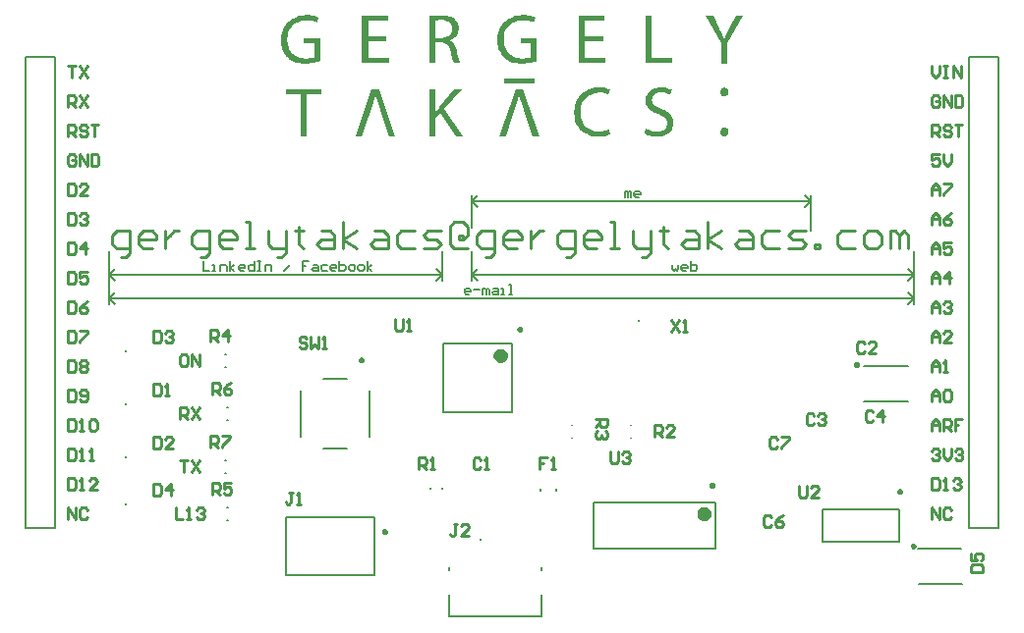
<source format=gto>
%FSTAX23Y23*%
%MOIN*%
%SFA1B1*%

%IPPOS*%
%ADD29C,0.010000*%
%ADD37C,0.009840*%
%ADD38C,0.023620*%
%ADD39C,0.003940*%
%ADD40C,0.007870*%
%ADD41C,0.005910*%
%LNcarduino-1*%
%LPD*%
G36*
X02401Y0178D02*
X02404Y01778D01*
X02407Y01776*
X02408Y01775*
X0241Y01773*
X02411Y01769*
X02411Y01765*
Y01764*
X02411Y01762*
X0241Y01757*
X02407Y01754*
X02407Y01753*
X02405Y01752*
X02401Y0175*
X02397Y0175*
X02396*
X02393Y0175*
X0239Y01751*
X02387Y01754*
X02386Y01754*
X02385Y01757*
X02384Y0176*
X02383Y01765*
Y01766*
X02384Y01769*
X02385Y01772*
X02387Y01775*
X02387Y01776*
X0239Y01778*
X02393Y0178*
X02397Y0178*
X02398*
X02401Y0178*
G37*
G36*
X01447Y01706D02*
X01511Y01613D01*
X01486*
X01432Y01692*
X01417Y01674*
Y01613*
X01396*
Y01774*
X01417*
Y01697*
X01418*
X01419Y01697*
X0142Y01699*
X01422Y01702*
X01424Y01705*
X01425Y01706*
X01426Y01708*
X01428Y01711*
X0143Y01714*
X0148Y01774*
X01506*
X01447Y01706*
G37*
G36*
X0198Y0178D02*
X01988Y01779D01*
X01996Y01777*
X01996*
X01998Y01777*
X02001Y01775*
X02005Y01774*
X02009Y01772*
X02004Y01756*
X02003Y01756*
X02001Y01757*
X01996Y01759*
X0199Y0176*
X0199*
X01989Y01761*
X01987*
X01985Y01762*
X01979Y01762*
X01967*
X01962Y01761*
X01955Y0176*
X01948Y01758*
X0194Y01754*
X01933Y0175*
X01926Y01744*
X01925Y01744*
X01923Y01741*
X0192Y01737*
X01917Y01732*
X01914Y01725*
X01911Y01717*
X01909Y01706*
X01908Y01696*
Y01695*
Y01694*
Y01691*
X01909Y01685*
X0191Y01678*
X01912Y01671*
X01915Y01663*
X01919Y01655*
X01924Y01648*
X01925Y01647*
X01927Y01645*
X01932Y01642*
X01936Y01639*
X01943Y01636*
X01951Y01633*
X0196Y01631*
X01971Y0163*
X01977*
X01983Y01631*
X01989Y01632*
X0199*
X01991Y01633*
X01995Y01634*
X02Y01636*
X02005Y01637*
X02009Y01621*
X02008Y0162*
X02005Y01619*
X01999Y01617*
X01992Y01615*
X01992*
X0199Y01615*
X01988*
X01985Y01614*
X01981Y01613*
X01977*
X01966Y01613*
X01963*
X01961Y01613*
X01954Y01614*
X01947Y01615*
X01938Y01618*
X01928Y01622*
X01918Y01627*
X01909Y01634*
X01908Y01635*
X01906Y01638*
X01902Y01643*
X01898Y01649*
X01894Y01658*
X0189Y01668*
X01888Y01681*
X01887Y01694*
Y01695*
Y01696*
Y01698*
X01887Y01701*
X01888Y01708*
X0189Y01717*
X01893Y01726*
X01896Y01736*
X01902Y01747*
X0191Y01756*
X01911Y01757*
X01914Y0176*
X0192Y01764*
X01926Y01768*
X01935Y01772*
X01946Y01777*
X01958Y01779*
X01971Y0178*
X01977*
X0198Y0178*
G37*
G36*
X02189D02*
X02196Y01779D01*
X02203Y01777*
X02204*
X02205Y01777*
X02209Y01775*
X02213Y01774*
X02218Y01772*
X02212Y01755*
X02212Y01756*
X02209Y01756*
X02205Y01758*
X022Y0176*
X02199*
X02198Y0176*
X02197Y01761*
X02195Y01762*
X02189Y01762*
X02181Y01763*
X02179*
X02176Y01762*
X02172Y01762*
X02164Y01759*
X02161Y01757*
X02158Y01754*
Y01754*
X02156Y01753*
X02154Y0175*
X02152Y01744*
X02151Y01741*
X0215Y01738*
Y01738*
Y01736*
X02151Y01734*
X02152Y01732*
X02154Y01726*
X02156Y01723*
X02158Y0172*
X02159*
X0216Y01719*
X02162Y01718*
X02164Y01716*
X02168Y01714*
X02172Y01712*
X02177Y01709*
X02183Y01707*
X02184Y01706*
X02186Y01706*
X0219Y01704*
X02194Y01702*
X02204Y01696*
X02209Y01692*
X02213Y01688*
X02214Y01687*
X02215Y01686*
X02217Y01684*
X02219Y0168*
X02221Y01676*
X02222Y01672*
X02224Y01666*
X02224Y0166*
Y01659*
Y01657*
X02224Y01653*
X02222Y01649*
X02221Y01643*
X02218Y01638*
X02215Y01632*
X0221Y01627*
X02209Y01626*
X02207Y01624*
X02204Y01622*
X022Y0162*
X02194Y01617*
X02186Y01615*
X02178Y01613*
X02168Y01613*
X02164*
X02161Y01613*
X02153Y01614*
X02144Y01616*
X02143*
X02142Y01616*
X0214Y01617*
X02137Y01618*
X02132Y0162*
X02126Y01623*
X02131Y01641*
X02132*
X02132Y0164*
X02136Y01638*
X02141Y01636*
X02148Y01633*
X02149*
X0215Y01632*
X02152Y01631*
X02155*
X02161Y0163*
X02169Y0163*
X02171*
X02174Y0163*
X02178Y01631*
X02186Y01633*
X0219Y01635*
X02194Y01637*
X02194Y01638*
X02195Y01639*
X02197Y0164*
X02198Y01643*
X02201Y01649*
X02202Y01654*
X02203Y01658*
Y01658*
Y0166*
X02202Y01662*
Y01664*
X022Y0167*
X02198Y01673*
X02195Y01676*
Y01677*
X02194Y01678*
X02192Y01679*
X0219Y01681*
X02187Y01683*
X02183Y01685*
X02178Y01688*
X02173Y0169*
X02172Y01691*
X0217Y01691*
X02166Y01693*
X02161Y01695*
X02151Y017*
X02146Y01704*
X02141Y01708*
X0214Y01708*
X02139Y01709*
X02137Y01712*
X02135Y01715*
X02133Y01719*
X02131Y01724*
X0213Y0173*
X02129Y01736*
Y01736*
Y01739*
X0213Y01742*
X02131Y01747*
X02133Y01752*
X02135Y01757*
X02139Y01763*
X02144Y01768*
X02144Y01768*
X02146Y01769*
X0215Y01772*
X02154Y01774*
X02159Y01776*
X02166Y01778*
X02173Y0178*
X02182Y0178*
X02186*
X02189Y0178*
G37*
G36*
X01281Y01613D02*
X01259D01*
X01237Y01681*
X01222Y01726*
X0122Y01732*
X01219Y01736*
X01218Y0174*
X01217Y01741*
Y01741*
X01216Y01747*
X01215Y01751*
X01214Y01754*
X01213Y01755*
Y01756*
X01213*
X01212Y0175*
X0121Y01746*
X01209Y01742*
X01209Y01742*
Y01741*
X01207Y01736*
X01206Y01731*
X01206Y01727*
X01205Y01727*
Y01726*
X01189Y01679*
X01167Y01613*
X01147*
X01201Y01774*
X01226*
X01281Y01613*
G37*
G36*
X01029Y01756D02*
X00979D01*
Y01612*
X00958*
Y01756*
X00909*
Y01774*
X01029*
Y01756*
G37*
G36*
X02401Y01644D02*
X02404Y01643D01*
X02407Y0164*
X02408Y0164*
X0241Y01637*
X02411Y01634*
X02411Y01629*
Y01628*
X02411Y01625*
X0241Y01622*
X02407Y01618*
X02407Y01618*
X02405Y01616*
X02401Y01615*
X02397Y01614*
X02396*
X02393Y01615*
X0239Y01616*
X02387Y01618*
X02386Y01619*
X02385Y01621*
X02384Y01625*
X02383Y01629*
Y0163*
Y0163*
X02384Y01633*
X02385Y01637*
X02387Y0164*
X02387Y01641*
X0239Y01643*
X02393Y01644*
X02397Y01645*
X02398*
X02401Y01644*
G37*
G36*
X01768Y01613D02*
X01746D01*
X01724Y01681*
X01709Y01726*
X01707Y01732*
X01705Y01736*
X01704Y0174*
X01704Y01741*
Y01741*
X01702Y01747*
X01701Y01751*
X01701Y01754*
X017Y01755*
Y01756*
X01699*
X01698Y0175*
X01697Y01746*
X01696Y01742*
X01696Y01742*
Y01741*
X01695Y01736*
X01693Y01731*
X01692Y01727*
X01692Y01727*
Y01726*
X01676Y01679*
X01655Y01613*
X01633*
X01688Y01774*
X01713*
X01768Y01613*
G37*
G36*
X01753Y01793D02*
X01649D01*
Y01811*
X01753*
Y01793*
G37*
G36*
X02407Y0193D02*
Y01861D01*
X02385*
Y0193*
X02334Y02023*
X02358*
X0238Y01979*
Y01978*
X02381Y01977*
X02382Y01975*
X02383Y01973*
X02386Y01967*
X02389Y01961*
Y01961*
X02389Y0196*
X02391Y01957*
X02393Y01951*
X02396Y01945*
X02397*
Y01946*
X02398Y01946*
X02399Y01951*
X02401Y01955*
X02404Y01961*
Y01962*
X02405Y01963*
X02407Y01967*
X0241Y01972*
X02413Y01979*
X02437Y02023*
X02461*
X02407Y0193*
G37*
G36*
X00996Y02024D02*
X01004Y02023D01*
X01005*
X01006Y02023*
X01008*
X0101Y02021*
X01015Y0202*
X0102Y02018*
X01015Y02001*
X01014Y02002*
X01011Y02003*
X01006Y02005*
X01Y02006*
X00999*
X00999Y02006*
X00997*
X00994Y02007*
X00988Y02008*
X00979Y02008*
X00975*
X00969Y02008*
X00962Y02006*
X00955Y02004*
X00946Y02001*
X00939Y01997*
X00931Y01991*
X00931Y0199*
X00929Y01988*
X00926Y01984*
X00923Y01979*
X0092Y01972*
X00917Y01963*
X00915Y01954*
X00914Y01943*
Y01942*
Y01942*
Y01938*
X00915Y01932*
X00917Y01925*
X00918Y01918*
X00921Y0191*
X00925Y01902*
X00931Y01895*
X00931Y01894*
X00934Y01892*
X00938Y01889*
X00943Y01886*
X0095Y01883*
X00958Y0188*
X00967Y01879*
X00977Y01878*
X00983*
X00988Y01879*
X00994Y01879*
X00995*
X00998Y0188*
X01002Y01881*
X01005Y01882*
Y0193*
X00971*
Y01948*
X01025*
Y01869*
X01024*
X01024Y01868*
X01022*
X0102Y01867*
X01017Y01867*
X01014Y01866*
X01005Y01864*
X01004*
X01002Y01863*
X01Y01862*
X00996*
X00991Y01862*
X00987Y01861*
X00975Y01861*
X00968*
X00964Y01861*
X00959Y01862*
X00954Y01862*
X00942Y01865*
X00941*
X00939Y01867*
X00936Y01868*
X00933Y01869*
X00924Y01874*
X00919Y01877*
X00915Y01882*
X00914Y01882*
X00913Y01883*
X00911Y01886*
X00909Y01889*
X00906Y01892*
X00903Y01897*
X009Y01902*
X00898Y01907*
Y01908*
X00897Y0191*
X00896Y01913*
X00895Y01918*
X00894Y01923*
X00893Y01928*
X00892Y01942*
Y01942*
Y01943*
Y01945*
X00893Y01948*
X00893Y01954*
X00895Y01963*
X00898Y01972*
X00902Y01982*
X00908Y01993*
X00916Y02002*
X00917Y02003*
X0092Y02005*
X00925Y02009*
X00933Y02014*
X00942Y02018*
X00953Y02022*
X00966Y02024*
X0098Y02026*
X00988*
X00996Y02024*
G37*
G36*
X01731D02*
X01739Y02023D01*
X0174*
X01741Y02023*
X01743*
X01745Y02021*
X0175Y0202*
X01755Y02018*
X01749Y02001*
X01748Y02002*
X01745Y02003*
X0174Y02005*
X01734Y02006*
X01734*
X01733Y02006*
X01731*
X01729Y02007*
X01722Y02008*
X01714Y02008*
X01709*
X01704Y02008*
X01697Y02006*
X01689Y02004*
X01681Y02001*
X01674Y01997*
X01666Y01991*
X01666Y0199*
X01663Y01988*
X01661Y01984*
X01657Y01979*
X01654Y01972*
X01651Y01963*
X01649Y01954*
X01648Y01943*
Y01942*
Y01942*
Y01938*
X0165Y01932*
X01651Y01925*
X01653Y01918*
X01656Y0191*
X0166Y01902*
X01666Y01895*
X01666Y01894*
X01669Y01892*
X01673Y01889*
X01678Y01886*
X01684Y01883*
X01692Y0188*
X01701Y01879*
X01711Y01878*
X01717*
X01723Y01879*
X01728Y01879*
X01729*
X01732Y0188*
X01736Y01881*
X01739Y01882*
Y0193*
X01706*
Y01948*
X01759*
Y01869*
X01758Y01868*
X01756*
X01755Y01867*
X01752Y01867*
X01748Y01866*
X01744Y01865*
X01739Y01864*
X01738*
X01737Y01863*
X01734Y01862*
X01731*
X01726Y01862*
X01721Y01861*
X0171Y01861*
X01703*
X01699Y01861*
X01693Y01862*
X01688Y01862*
X01676Y01865*
X01675*
X01674Y01867*
X01671Y01868*
X01667Y01869*
X01659Y01874*
X01654Y01877*
X01649Y01882*
X01648Y01882*
X01647Y01883*
X01645Y01886*
X01643Y01889*
X01641Y01892*
X01638Y01897*
X01635Y01902*
X01632Y01907*
Y01908*
X01631Y0191*
X0163Y01913*
X01629Y01918*
X01628Y01923*
X01627Y01928*
X01626Y01942*
Y01942*
Y01943*
Y01945*
X01627Y01948*
X01627Y01954*
X01629Y01963*
X01632Y01972*
X01636Y01982*
X01642Y01993*
X0165Y02002*
X01651Y02003*
X01654Y02005*
X0166Y02009*
X01667Y02014*
X01676Y02018*
X01687Y02022*
X017Y02024*
X01714Y02026*
X01723*
X01731Y02024*
G37*
G36*
X02151Y0188D02*
X0222D01*
Y01862*
X0213*
Y02024*
X02151*
Y0188*
G37*
G36*
X01446Y02024D02*
X01455Y02024D01*
X01459Y02023*
X01464Y02021*
X01464*
X01465Y02021*
X01468Y0202*
X0147Y02019*
X01476Y02016*
X01482Y02012*
X01483*
X01483Y02011*
X01486Y02008*
X01489Y02004*
X01492Y01998*
Y01997*
X01492Y01997*
X01494Y01993*
X01495Y01988*
X01495Y01981*
Y01981*
Y01979*
X01495Y01976*
X01494Y01972*
X01493Y01967*
X01492Y01963*
X01489Y01958*
X01486Y01954*
X01486Y01954*
X01485Y01952*
X01483Y01951*
X0148Y01949*
X01474Y01943*
X01465Y01939*
Y01939*
X01466*
X01467Y01938*
X01471Y01936*
X01475Y01933*
X0148Y01927*
Y01927*
X01481Y01926*
X01482Y01924*
X01483Y01921*
X01486Y01915*
X01489Y01906*
Y01906*
X01489Y01903*
X0149Y019*
X01491Y01897*
X01494Y01887*
X01495Y01878*
Y01877*
X01496Y01876*
X01497Y01874*
X01497Y01872*
X01499Y01867*
X015Y01864*
X01501Y01862*
X01479*
X01479Y01862*
X01478Y01865*
X01476Y01869*
X01476Y01872*
X01474Y01876*
Y01876*
X01474Y01877*
Y0188*
X01473Y01883*
X01472Y01886*
X01471Y01891*
X01469Y01901*
Y01901*
X01468Y01904*
X01467Y01907*
X01466Y0191*
X01462Y01918*
X01461Y01922*
X01458Y01925*
X01457Y01925*
X01456Y01926*
X01455Y01927*
X01452Y01928*
X01449Y0193*
X01446Y01931*
X01441Y01932*
X01417*
Y01862*
X01396*
Y02022*
X01397*
X01399Y02023*
X01401*
X01407Y02023*
X01414Y02024*
X01416*
X01419Y02024*
X01421*
X01428Y02025*
X01441*
X01446Y02024*
G37*
G36*
X01255Y02006D02*
X01188D01*
Y01955*
X01251*
Y01938*
X01188*
Y0188*
X01258*
Y01862*
X01167*
Y02024*
X01255*
Y02006*
G37*
G36*
X01989D02*
X01923D01*
Y01955*
X01985*
Y01938*
X01923*
Y0188*
X01992*
Y01862*
X01902*
Y02024*
X01989*
Y02006*
G37*
%LNcarduino-2*%
%LPC*%
G36*
X01443Y02009D02*
X01428D01*
X01424Y02008*
X01423*
X01422Y02008*
X01419*
X01417Y02007*
Y01948*
X01441*
X01444Y01949*
X01448Y01949*
X01456Y01952*
X01461Y01954*
X01464Y01956*
X01465Y01957*
X01466Y01958*
X01467Y0196*
X0147Y01962*
X01471Y01965*
X01473Y01969*
X01474Y01974*
X01474Y01979*
Y01979*
Y01981*
X01474Y01984*
X01473Y01988*
X01472Y01991*
X0147Y01995*
X01467Y01999*
X01464Y02002*
X01463Y02002*
X01462Y02003*
X01459Y02004*
X01456Y02005*
X01453Y02006*
X01449Y02008*
X01443Y02009*
G37*
%LNcarduino-3*%
%LPD*%
G54D29*
X01571Y00515D02*
X01564Y00522D01*
X01551*
X01545Y00515*
Y00489*
X01551Y00483*
X01564*
X01571Y00489*
X01584Y00483D02*
X01597D01*
X0159*
Y00522*
X01584Y00515*
X02872Y00911D02*
X02865Y00917D01*
X02852*
X02846Y00911*
Y00885*
X02852Y00878*
X02865*
X02872Y00885*
X02911Y00878D02*
X02885D01*
X02911Y00904*
Y00911*
X02905Y00917*
X02891*
X02885Y00911*
X02701Y00665D02*
X02695Y00672D01*
X02681*
X02675Y00665*
Y00639*
X02681Y00633*
X02695*
X02701Y00639*
X02714Y00665D02*
X02721Y00672D01*
X02734*
X02741Y00665*
Y00659*
X02734Y00652*
X02727*
X02734*
X02741Y00646*
Y00639*
X02734Y00633*
X02721*
X02714Y00639*
X02901Y00676D02*
X02895Y00682D01*
X02882*
X02875Y00676*
Y00649*
X02882Y00643*
X02895*
X02901Y00649*
X02934Y00643D02*
Y00682D01*
X02914Y00662*
X02941*
X02556Y0032D02*
X02549Y00327D01*
X02536*
X0253Y0032*
Y00294*
X02536Y00287*
X02549*
X02556Y00294*
X02595Y00327D02*
X02582Y0032D01*
X02569Y00307*
Y00294*
X02575Y00287*
X02589*
X02595Y00294*
Y00301*
X02589Y00307*
X02569*
X02576Y00585D02*
X02569Y00592D01*
X02556*
X0255Y00585*
Y00559*
X02556Y00553*
X02569*
X02576Y00559*
X02589Y00592D02*
X02615D01*
Y00585*
X02589Y00559*
Y00553*
X0046Y00772D02*
Y00733D01*
X00479*
X00486Y00739*
Y00765*
X00479Y00772*
X0046*
X00499Y00733D02*
X00512D01*
X00505*
Y00772*
X00499Y00765*
X0046Y00592D02*
Y00553D01*
X00479*
X00486Y00559*
Y00585*
X00479Y00592*
X0046*
X00525Y00553D02*
X00499D01*
X00525Y00579*
Y00585*
X00519Y00592*
X00505*
X00499Y00585*
X0046Y00952D02*
Y00913D01*
X00479*
X00486Y00919*
Y00945*
X00479Y00952*
X0046*
X00499Y00945D02*
X00505Y00952D01*
X00519*
X00525Y00945*
Y00939*
X00519Y00932*
X00512*
X00519*
X00525Y00926*
Y00919*
X00519Y00913*
X00505*
X00499Y00919*
X0046Y00432D02*
Y00393D01*
X00479*
X00486Y00399*
Y00425*
X00479Y00432*
X0046*
X00519Y00393D02*
Y00432D01*
X00499Y00412*
X00525*
X03233Y00133D02*
X03272D01*
Y00152*
X03266Y00159*
X0324*
X03233Y00152*
Y00133*
Y00198D02*
Y00172D01*
X03253*
X03246Y00185*
Y00192*
X03253Y00198*
X03266*
X03272Y00192*
Y00178*
X03266Y00172*
X01796Y00522D02*
X0177D01*
Y00502*
X01783*
X0177*
Y00483*
X01809D02*
X01822D01*
X01815*
Y00522*
X01809Y00515*
X00934Y00404D02*
X00921D01*
X00927*
Y00372*
X00921Y00365*
X00914*
X00908Y00372*
X00947Y00365D02*
X0096D01*
X00953*
Y00404*
X00947Y00398*
X01491Y00297D02*
X01478D01*
X01484*
Y00264*
X01478Y00258*
X01471*
X01465Y00264*
X0153Y00258D02*
X01504D01*
X0153Y00284*
Y0029*
X01524Y00297*
X0151*
X01504Y0029*
X0136Y00483D02*
Y00522D01*
X01379*
X01386Y00515*
Y00502*
X01379Y00496*
X0136*
X01373D02*
X01386Y00483D01*
X01399D02*
X01412D01*
X01405*
Y00522*
X01399Y00515*
X0216Y00593D02*
Y00632D01*
X02179*
X02186Y00625*
Y00612*
X02179Y00606*
X0216*
X02173D02*
X02186Y00593D01*
X02225D02*
X02199D01*
X02225Y00619*
Y00625*
X02219Y00632*
X02205*
X02199Y00625*
X0196Y00653D02*
X01999D01*
Y00633*
X01992Y00626*
X01979*
X01973Y00633*
Y00653*
Y00639D02*
X0196Y00626D01*
X01992Y00613D02*
X01999Y00607D01*
Y00593*
X01992Y00587*
X01986*
X01979Y00593*
Y006*
Y00593*
X01973Y00587*
X01966*
X0196Y00593*
Y00607*
X01966Y00613*
X00653Y00917D02*
Y00956D01*
X00673*
X00679Y0095*
Y00936*
X00673Y0093*
X00653*
X00666D02*
X00679Y00917D01*
X00712D02*
Y00956D01*
X00692Y00936*
X00719*
X00658Y00397D02*
Y00436D01*
X00678*
X00685Y0043*
Y00416*
X00678Y0041*
X00658*
X00671D02*
X00685Y00397D01*
X00724Y00436D02*
X00698D01*
Y00416*
X00711Y00423*
X00717*
X00724Y00416*
Y00403*
X00717Y00397*
X00704*
X00698Y00403*
X00659Y00737D02*
Y00776D01*
X00678*
X00685Y0077*
Y00757*
X00678Y0075*
X00659*
X00672D02*
X00685Y00737D01*
X00724Y00776D02*
X00711Y0077D01*
X00698Y00757*
Y00744*
X00705Y00737*
X00718*
X00724Y00744*
Y0075*
X00718Y00757*
X00698*
X00653Y00557D02*
Y00596D01*
X00673*
X00679Y0059*
Y00576*
X00673Y0057*
X00653*
X00666D02*
X00679Y00557D01*
X00692Y00596D02*
X00719D01*
Y0059*
X00692Y00563*
Y00557*
X00981Y00926D02*
X00974Y00932D01*
X00961*
X00955Y00926*
Y00919*
X00961Y00913*
X00974*
X00981Y00906*
Y009*
X00974Y00893*
X00961*
X00955Y009*
X00994Y00932D02*
Y00893D01*
X01007Y00906*
X0102Y00893*
Y00932*
X01033Y00893D02*
X01046D01*
X0104*
Y00932*
X01033Y00926*
X0128Y00992D02*
Y00959D01*
X01286Y00953*
X01299*
X01306Y00959*
Y00992*
X01319Y00953D02*
X01332D01*
X01325*
Y00992*
X01319Y00985*
X0265Y00427D02*
Y00394D01*
X02656Y00388*
X02669*
X02676Y00394*
Y00427*
X02715Y00388D02*
X02689D01*
X02715Y00414*
Y0042*
X02709Y00427*
X02695*
X02689Y0042*
X0201Y00542D02*
Y00509D01*
X02016Y00503*
X02029*
X02036Y00509*
Y00542*
X02049Y00535D02*
X02055Y00542D01*
X02069*
X02075Y00535*
Y00529*
X02069Y00522*
X02062*
X02069*
X02075Y00516*
Y00509*
X02069Y00503*
X02055*
X02049Y00509*
X02217Y0099D02*
X02243Y00951D01*
Y0099D02*
X02217Y00951D01*
X02257D02*
X0227D01*
X02263*
Y0099*
X02257Y00984*
X00535Y00352D02*
Y00313D01*
X00561*
X00574D02*
X00587D01*
X0058*
Y00352*
X00574Y00345*
X00607D02*
X00613Y00352D01*
X00626*
X00633Y00345*
Y00339*
X00626Y00332*
X0062*
X00626*
X00633Y00326*
Y00319*
X00626Y00313*
X00613*
X00607Y00319*
X00551Y00512D02*
X00577D01*
X00564*
Y00473*
X0059Y00512D02*
X00616Y00473D01*
Y00512D02*
X0059Y00473D01*
X00551Y00653D02*
Y00692D01*
X00571*
X00577Y00685*
Y00672*
X00571Y00666*
X00551*
X00564D02*
X00577Y00653D01*
X0059Y00692D02*
X00616Y00653D01*
Y00692D02*
X0059Y00653D01*
X00571Y00872D02*
X00557D01*
X00551Y00865*
Y00839*
X00557Y00833*
X00571*
X00577Y00839*
Y00865*
X00571Y00872*
X0059Y00833D02*
Y00872D01*
X00616Y00833*
Y00872*
X0017Y01852D02*
X00196D01*
X00183*
Y01813*
X00209Y01852D02*
X00235Y01813D01*
Y01852D02*
X00209Y01813D01*
X0017Y01713D02*
Y01752D01*
X00189*
X00196Y01745*
Y01732*
X00189Y01726*
X0017*
X00183D02*
X00196Y01713D01*
X00209Y01752D02*
X00235Y01713D01*
Y01752D02*
X00209Y01713D01*
X0017Y01613D02*
Y01652D01*
X00189*
X00196Y01645*
Y01632*
X00189Y01626*
X0017*
X00183D02*
X00196Y01613D01*
X00235Y01645D02*
X00229Y01652D01*
X00215*
X00209Y01645*
Y01639*
X00215Y01632*
X00229*
X00235Y01626*
Y01619*
X00229Y01613*
X00215*
X00209Y01619*
X00248Y01652D02*
X00274D01*
X00261*
Y01613*
X00196Y01545D02*
X00189Y01552D01*
X00176*
X0017Y01545*
Y01519*
X00176Y01513*
X00189*
X00196Y01519*
Y01532*
X00183*
X00209Y01513D02*
Y01552D01*
X00235Y01513*
Y01552*
X00248D02*
Y01513D01*
X00268*
X00274Y01519*
Y01545*
X00268Y01552*
X00248*
X0017Y01452D02*
Y01413D01*
X00189*
X00196Y01419*
Y01445*
X00189Y01452*
X0017*
X00235Y01413D02*
X00209D01*
X00235Y01439*
Y01445*
X00229Y01452*
X00215*
X00209Y01445*
X0017Y01352D02*
Y01313D01*
X00189*
X00196Y01319*
Y01345*
X00189Y01352*
X0017*
X00209Y01345D02*
X00215Y01352D01*
X00229*
X00235Y01345*
Y01339*
X00229Y01332*
X00222*
X00229*
X00235Y01326*
Y01319*
X00229Y01313*
X00215*
X00209Y01319*
X0017Y01252D02*
Y01213D01*
X00189*
X00196Y01219*
Y01245*
X00189Y01252*
X0017*
X00229Y01213D02*
Y01252D01*
X00209Y01232*
X00235*
X0017Y01152D02*
Y01113D01*
X00189*
X00196Y01119*
Y01145*
X00189Y01152*
X0017*
X00235D02*
X00209D01*
Y01132*
X00222Y01139*
X00229*
X00235Y01132*
Y01119*
X00229Y01113*
X00215*
X00209Y01119*
X0017Y01052D02*
Y01013D01*
X00189*
X00196Y01019*
Y01045*
X00189Y01052*
X0017*
X00235D02*
X00222Y01045D01*
X00209Y01032*
Y01019*
X00215Y01013*
X00229*
X00235Y01019*
Y01026*
X00229Y01032*
X00209*
X0017Y00952D02*
Y00913D01*
X00189*
X00196Y00919*
Y00945*
X00189Y00952*
X0017*
X00209D02*
X00235D01*
Y00945*
X00209Y00919*
Y00913*
X0017Y00852D02*
Y00813D01*
X00189*
X00196Y00819*
Y00845*
X00189Y00852*
X0017*
X00209Y00845D02*
X00215Y00852D01*
X00229*
X00235Y00845*
Y00839*
X00229Y00832*
X00235Y00826*
Y00819*
X00229Y00813*
X00215*
X00209Y00819*
Y00826*
X00215Y00832*
X00209Y00839*
Y00845*
X00215Y00832D02*
X00229D01*
X0017Y00752D02*
Y00713D01*
X00189*
X00196Y00719*
Y00745*
X00189Y00752*
X0017*
X00209Y00719D02*
X00215Y00713D01*
X00229*
X00235Y00719*
Y00745*
X00229Y00752*
X00215*
X00209Y00745*
Y00739*
X00215Y00732*
X00235*
X0017Y00652D02*
Y00613D01*
X00189*
X00196Y00619*
Y00645*
X00189Y00652*
X0017*
X00209Y00613D02*
X00222D01*
X00215*
Y00652*
X00209Y00645*
X00242D02*
X00248Y00652D01*
X00261*
X00268Y00645*
Y00619*
X00261Y00613*
X00248*
X00242Y00619*
Y00645*
X0017Y00552D02*
Y00513D01*
X00189*
X00196Y00519*
Y00545*
X00189Y00552*
X0017*
X00209Y00513D02*
X00222D01*
X00215*
Y00552*
X00209Y00545*
X00242Y00513D02*
X00255D01*
X00248*
Y00552*
X00242Y00545*
X0017Y00452D02*
Y00413D01*
X00189*
X00196Y00419*
Y00445*
X00189Y00452*
X0017*
X00209Y00413D02*
X00222D01*
X00215*
Y00452*
X00209Y00445*
X00268Y00413D02*
X00242D01*
X00268Y00439*
Y00445*
X00261Y00452*
X00248*
X00242Y00445*
X0017Y00313D02*
Y00352D01*
X00196Y00313*
Y00352*
X00235Y00345D02*
X00229Y00352D01*
X00215*
X00209Y00345*
Y00319*
X00215Y00313*
X00229*
X00235Y00319*
X031Y01852D02*
Y01826D01*
X03113Y01813*
X03126Y01826*
Y01852*
X03139D02*
X03152D01*
X03145*
Y01813*
X03139*
X03152*
X03172D02*
Y01852D01*
X03198Y01813*
Y01852*
X03126Y01745D02*
X03119Y01752D01*
X03106*
X031Y01745*
Y01719*
X03106Y01713*
X03119*
X03126Y01719*
Y01732*
X03113*
X03139Y01713D02*
Y01752D01*
X03165Y01713*
Y01752*
X03178D02*
Y01713D01*
X03198*
X03204Y01719*
Y01745*
X03198Y01752*
X03178*
X031Y01613D02*
Y01652D01*
X03119*
X03126Y01645*
Y01632*
X03119Y01626*
X031*
X03113D02*
X03126Y01613D01*
X03165Y01645D02*
X03159Y01652D01*
X03145*
X03139Y01645*
Y01639*
X03145Y01632*
X03159*
X03165Y01626*
Y01619*
X03159Y01613*
X03145*
X03139Y01619*
X03178Y01652D02*
X03204D01*
X03191*
Y01613*
X03126Y01552D02*
X031D01*
Y01532*
X03113Y01539*
X03119*
X03126Y01532*
Y01519*
X03119Y01513*
X03106*
X031Y01519*
X03139Y01552D02*
Y01526D01*
X03152Y01513*
X03165Y01526*
Y01552*
X031Y01413D02*
Y01439D01*
X03113Y01452*
X03126Y01439*
Y01413*
Y01432*
X031*
X03139Y01452D02*
X03165D01*
Y01445*
X03139Y01419*
Y01413*
X031Y01313D02*
Y01339D01*
X03113Y01352*
X03126Y01339*
Y01313*
Y01332*
X031*
X03165Y01352D02*
X03152Y01345D01*
X03139Y01332*
Y01319*
X03145Y01313*
X03159*
X03165Y01319*
Y01326*
X03159Y01332*
X03139*
X031Y01213D02*
Y01239D01*
X03113Y01252*
X03126Y01239*
Y01213*
Y01232*
X031*
X03165Y01252D02*
X03139D01*
Y01232*
X03152Y01239*
X03159*
X03165Y01232*
Y01219*
X03159Y01213*
X03145*
X03139Y01219*
X031Y01113D02*
Y01139D01*
X03113Y01152*
X03126Y01139*
Y01113*
Y01132*
X031*
X03159Y01113D02*
Y01152D01*
X03139Y01132*
X03165*
X031Y01013D02*
Y01039D01*
X03113Y01052*
X03126Y01039*
Y01013*
Y01032*
X031*
X03139Y01045D02*
X03145Y01052D01*
X03159*
X03165Y01045*
Y01039*
X03159Y01032*
X03152*
X03159*
X03165Y01026*
Y01019*
X03159Y01013*
X03145*
X03139Y01019*
X031Y00913D02*
Y00939D01*
X03113Y00952*
X03126Y00939*
Y00913*
Y00932*
X031*
X03165Y00913D02*
X03139D01*
X03165Y00939*
Y00945*
X03159Y00952*
X03145*
X03139Y00945*
X031Y00813D02*
Y00839D01*
X03113Y00852*
X03126Y00839*
Y00813*
Y00832*
X031*
X03139Y00813D02*
X03152D01*
X03145*
Y00852*
X03139Y00845*
X031Y00713D02*
Y00739D01*
X03113Y00752*
X03126Y00739*
Y00713*
Y00732*
X031*
X03139Y00745D02*
X03145Y00752D01*
X03159*
X03165Y00745*
Y00719*
X03159Y00713*
X03145*
X03139Y00719*
Y00745*
X031Y00613D02*
Y00639D01*
X03113Y00652*
X03126Y00639*
Y00613*
Y00632*
X031*
X03139Y00613D02*
Y00652D01*
X03159*
X03165Y00645*
Y00632*
X03159Y00626*
X03139*
X03152D02*
X03165Y00613D01*
X03204Y00652D02*
X03178D01*
Y00632*
X03191*
X03178*
Y00613*
X031Y00545D02*
X03106Y00552D01*
X03119*
X03126Y00545*
Y00539*
X03119Y00532*
X03113*
X03119*
X03126Y00526*
Y00519*
X03119Y00513*
X03106*
X031Y00519*
X03139Y00552D02*
Y00526D01*
X03152Y00513*
X03165Y00526*
Y00552*
X03178Y00545D02*
X03185Y00552D01*
X03198*
X03204Y00545*
Y00539*
X03198Y00532*
X03191*
X03198*
X03204Y00526*
Y00519*
X03198Y00513*
X03185*
X03178Y00519*
X031Y00452D02*
Y00413D01*
X03119*
X03126Y00419*
Y00445*
X03119Y00452*
X031*
X03139Y00413D02*
X03152D01*
X03145*
Y00452*
X03139Y00445*
X03172D02*
X03178Y00452D01*
X03191*
X03198Y00445*
Y00439*
X03191Y00432*
X03185*
X03191*
X03198Y00426*
Y00419*
X03191Y00413*
X03178*
X03172Y00419*
X031Y00313D02*
Y00352D01*
X03126Y00313*
Y00352*
X03165Y00345D02*
X03159Y00352D01*
X03145*
X03139Y00345*
Y00319*
X03145Y00313*
X03159*
X03165Y00319*
X0035Y01202D02*
X00365D01*
X0038Y01217*
Y01293*
X00335*
X0032Y01278*
Y01248*
X00335Y01233*
X0038*
X00455D02*
X00425D01*
X0041Y01248*
Y01278*
X00425Y01293*
X00455*
X0047Y01278*
Y01263*
X0041*
X00501Y01293D02*
Y01233D01*
Y01263*
X00516Y01278*
X00531Y01293*
X00546*
X00621Y01202D02*
X00636D01*
X00651Y01217*
Y01293*
X00606*
X00591Y01278*
Y01248*
X00606Y01233*
X00651*
X00727D02*
X00697D01*
X00682Y01248*
Y01278*
X00697Y01293*
X00727*
X00742Y01278*
Y01263*
X00682*
X00772Y01233D02*
X00802D01*
X00787*
Y01323*
X00772*
X00848Y01293D02*
Y01248D01*
X00863Y01233*
X00908*
Y01217*
X00893Y01202*
X00878*
X00908Y01233D02*
Y01293D01*
X00953Y01308D02*
Y01293D01*
X00938*
X00968*
X00953*
Y01248*
X00968Y01233*
X01029Y01293D02*
X01059D01*
X01074Y01278*
Y01233*
X01029*
X01014Y01248*
X01029Y01263*
X01074*
X01104Y01233D02*
Y01323D01*
Y01263D02*
X01149Y01293D01*
X01104Y01263D02*
X01149Y01233D01*
X0121Y01293D02*
X0124D01*
X01255Y01278*
Y01233*
X0121*
X01195Y01248*
X0121Y01263*
X01255*
X01345Y01293D02*
X013D01*
X01285Y01278*
Y01248*
X013Y01233*
X01345*
X01376D02*
X01421D01*
X01436Y01248*
X01421Y01263*
X01391*
X01376Y01278*
X01391Y01293*
X01436*
X01511Y01263D02*
Y01278D01*
X01496*
Y01263*
X01511*
X01526Y01278*
Y01308*
X01511Y01323*
X01481*
X01466Y01308*
Y01248*
X01481Y01233*
X01526*
X01587Y01202D02*
X01602D01*
X01617Y01217*
Y01293*
X01572*
X01557Y01278*
Y01248*
X01572Y01233*
X01617*
X01692D02*
X01662D01*
X01647Y01248*
Y01278*
X01662Y01293*
X01692*
X01708Y01278*
Y01263*
X01647*
X01738Y01293D02*
Y01233D01*
Y01263*
X01753Y01278*
X01768Y01293*
X01783*
X01858Y01202D02*
X01873D01*
X01889Y01217*
Y01293*
X01843*
X01828Y01278*
Y01248*
X01843Y01233*
X01889*
X01964D02*
X01934D01*
X01919Y01248*
Y01278*
X01934Y01293*
X01964*
X01979Y01278*
Y01263*
X01919*
X02009Y01233D02*
X02039D01*
X02024*
Y01323*
X02009*
X02085Y01293D02*
Y01248D01*
X021Y01233*
X02145*
Y01217*
X0213Y01202*
X02115*
X02145Y01233D02*
Y01293D01*
X0219Y01308D02*
Y01293D01*
X02175*
X02205*
X0219*
Y01248*
X02205Y01233*
X02266Y01293D02*
X02296D01*
X02311Y01278*
Y01233*
X02266*
X02251Y01248*
X02266Y01263*
X02311*
X02341Y01233D02*
Y01323D01*
Y01263D02*
X02386Y01293D01*
X02341Y01263D02*
X02386Y01233D01*
X02447Y01293D02*
X02477D01*
X02492Y01278*
Y01233*
X02447*
X02432Y01248*
X02447Y01263*
X02492*
X02583Y01293D02*
X02537D01*
X02522Y01278*
Y01248*
X02537Y01233*
X02583*
X02613D02*
X02658D01*
X02673Y01248*
X02658Y01263*
X02628*
X02613Y01278*
X02628Y01293*
X02673*
X02703Y01233D02*
Y01248D01*
X02718*
Y01233*
X02703*
X02839Y01293D02*
X02794D01*
X02779Y01278*
Y01248*
X02794Y01233*
X02839*
X02884D02*
X02914D01*
X0293Y01248*
Y01278*
X02914Y01293*
X02884*
X02869Y01278*
Y01248*
X02884Y01233*
X0296D02*
Y01293D01*
X02975*
X0299Y01278*
Y01233*
Y01278*
X03005Y01293*
X0302Y01278*
Y01233*
G54D37*
X01249Y00272D02*
D01*
X01249Y00272*
X01249Y00272*
X01249Y00273*
X01249Y00273*
X01249Y00273*
X01248Y00274*
X01248Y00274*
X01248Y00274*
X01248Y00274*
X01248Y00275*
X01247Y00275*
X01247Y00275*
X01247Y00275*
X01247Y00276*
X01246Y00276*
X01246Y00276*
X01246Y00276*
X01245Y00276*
X01245Y00276*
X01245Y00276*
X01244Y00276*
X01244Y00276*
X01244*
X01243Y00276*
X01243Y00276*
X01243Y00276*
X01242Y00276*
X01242Y00276*
X01242Y00276*
X01241Y00276*
X01241Y00276*
X01241Y00275*
X01241Y00275*
X0124Y00275*
X0124Y00275*
X0124Y00274*
X0124Y00274*
X0124Y00274*
X01239Y00274*
X01239Y00273*
X01239Y00273*
X01239Y00273*
X01239Y00272*
X01239Y00272*
X01239Y00272*
X01239Y00271*
X01239Y00271*
X01239Y0027*
X01239Y0027*
X01239Y0027*
X01239Y0027*
X0124Y00269*
X0124Y00269*
X0124Y00269*
X0124Y00268*
X0124Y00268*
X01241Y00268*
X01241Y00268*
X01241Y00267*
X01241Y00267*
X01242Y00267*
X01242Y00267*
X01242Y00267*
X01243Y00267*
X01243Y00267*
X01243Y00267*
X01244Y00267*
X01244*
X01244Y00267*
X01245Y00267*
X01245Y00267*
X01245Y00267*
X01246Y00267*
X01246Y00267*
X01246Y00267*
X01247Y00267*
X01247Y00268*
X01247Y00268*
X01247Y00268*
X01248Y00268*
X01248Y00269*
X01248Y00269*
X01248Y00269*
X01248Y0027*
X01249Y0027*
X01249Y0027*
X01249Y0027*
X01249Y00271*
X01249Y00271*
X01249Y00272*
X0285Y00838D02*
D01*
X0285Y00839*
X0285Y00839*
X0285Y00839*
X0285Y0084*
X0285Y0084*
X02849Y0084*
X02849Y00841*
X02849Y00841*
X02849Y00841*
X02849Y00842*
X02849Y00842*
X02848Y00842*
X02848Y00842*
X02848Y00843*
X02847Y00843*
X02847Y00843*
X02847Y00843*
X02846Y00843*
X02846Y00843*
X02846Y00843*
X02845Y00843*
X02845Y00843*
X02845*
X02844Y00843*
X02844Y00843*
X02844Y00843*
X02843Y00843*
X02843Y00843*
X02843Y00843*
X02843Y00843*
X02842Y00843*
X02842Y00842*
X02842Y00842*
X02841Y00842*
X02841Y00842*
X02841Y00841*
X02841Y00841*
X02841Y00841*
X0284Y0084*
X0284Y0084*
X0284Y0084*
X0284Y00839*
X0284Y00839*
X0284Y00839*
X0284Y00838*
X0284Y00838*
X0284Y00838*
X0284Y00837*
X0284Y00837*
X0284Y00837*
X0284Y00836*
X02841Y00836*
X02841Y00836*
X02841Y00836*
X02841Y00835*
X02841Y00835*
X02842Y00835*
X02842Y00835*
X02842Y00834*
X02843Y00834*
X02843Y00834*
X02843Y00834*
X02843Y00834*
X02844Y00834*
X02844Y00834*
X02844Y00834*
X02845Y00834*
X02845*
X02845Y00834*
X02846Y00834*
X02846Y00834*
X02846Y00834*
X02847Y00834*
X02847Y00834*
X02847Y00834*
X02848Y00834*
X02848Y00835*
X02848Y00835*
X02849Y00835*
X02849Y00835*
X02849Y00836*
X02849Y00836*
X02849Y00836*
X02849Y00836*
X0285Y00837*
X0285Y00837*
X0285Y00837*
X0285Y00838*
X0285Y00838*
X0285Y00838*
X01169Y00854D02*
D01*
X01169Y00854*
X01169Y00854*
X01169Y00855*
X01169Y00855*
X01169Y00855*
X01169Y00856*
X01169Y00856*
X01168Y00856*
X01168Y00856*
X01168Y00857*
X01168Y00857*
X01168Y00857*
X01167Y00857*
X01167Y00858*
X01167Y00858*
X01166Y00858*
X01166Y00858*
X01166Y00858*
X01166Y00858*
X01165Y00858*
X01165Y00858*
X01164Y00859*
X01164*
X01164Y00858*
X01163Y00858*
X01163Y00858*
X01163Y00858*
X01162Y00858*
X01162Y00858*
X01162Y00858*
X01162Y00858*
X01161Y00857*
X01161Y00857*
X01161Y00857*
X01161Y00857*
X0116Y00856*
X0116Y00856*
X0116Y00856*
X0116Y00856*
X0116Y00855*
X0116Y00855*
X0116Y00855*
X01159Y00854*
X01159Y00854*
X01159Y00854*
X01159Y00853*
X01159Y00853*
X0116Y00853*
X0116Y00852*
X0116Y00852*
X0116Y00852*
X0116Y00851*
X0116Y00851*
X0116Y00851*
X01161Y0085*
X01161Y0085*
X01161Y0085*
X01161Y0085*
X01162Y0085*
X01162Y00849*
X01162Y00849*
X01162Y00849*
X01163Y00849*
X01163Y00849*
X01163Y00849*
X01164Y00849*
X01164Y00849*
X01164*
X01165Y00849*
X01165Y00849*
X01166Y00849*
X01166Y00849*
X01166Y00849*
X01166Y00849*
X01167Y00849*
X01167Y0085*
X01167Y0085*
X01168Y0085*
X01168Y0085*
X01168Y0085*
X01168Y00851*
X01168Y00851*
X01169Y00851*
X01169Y00852*
X01169Y00852*
X01169Y00852*
X01169Y00853*
X01169Y00853*
X01169Y00853*
X01169Y00854*
X03042Y00223D02*
D01*
X03042Y00223*
X03042Y00223*
X03042Y00224*
X03042Y00224*
X03042Y00224*
X03042Y00225*
X03042Y00225*
X03042Y00225*
X03041Y00225*
X03041Y00226*
X03041Y00226*
X03041Y00226*
X0304Y00226*
X0304Y00227*
X0304Y00227*
X0304Y00227*
X03039Y00227*
X03039Y00227*
X03039Y00227*
X03038Y00227*
X03038Y00227*
X03038Y00227*
X03037*
X03037Y00227*
X03037Y00227*
X03036Y00227*
X03036Y00227*
X03036Y00227*
X03035Y00227*
X03035Y00227*
X03035Y00227*
X03034Y00226*
X03034Y00226*
X03034Y00226*
X03034Y00226*
X03033Y00225*
X03033Y00225*
X03033Y00225*
X03033Y00225*
X03033Y00224*
X03033Y00224*
X03033Y00224*
X03033Y00223*
X03033Y00223*
X03032Y00223*
X03033Y00222*
X03033Y00222*
X03033Y00221*
X03033Y00221*
X03033Y00221*
X03033Y0022*
X03033Y0022*
X03033Y0022*
X03033Y0022*
X03034Y00219*
X03034Y00219*
X03034Y00219*
X03034Y00219*
X03035Y00218*
X03035Y00218*
X03035Y00218*
X03036Y00218*
X03036Y00218*
X03036Y00218*
X03037Y00218*
X03037Y00218*
X03037Y00218*
X03038*
X03038Y00218*
X03038Y00218*
X03039Y00218*
X03039Y00218*
X03039Y00218*
X0304Y00218*
X0304Y00218*
X0304Y00218*
X0304Y00219*
X03041Y00219*
X03041Y00219*
X03041Y00219*
X03041Y0022*
X03042Y0022*
X03042Y0022*
X03042Y0022*
X03042Y00221*
X03042Y00221*
X03042Y00221*
X03042Y00222*
X03042Y00222*
X03042Y00223*
X01707Y00958D02*
D01*
X01707Y00958*
X01707Y00959*
X01707Y00959*
X01707Y00959*
X01707Y0096*
X01707Y0096*
X01707Y0096*
X01706Y0096*
X01706Y00961*
X01706Y00961*
X01706Y00961*
X01706Y00962*
X01705Y00962*
X01705Y00962*
X01705Y00962*
X01704Y00962*
X01704Y00962*
X01704Y00963*
X01703Y00963*
X01703Y00963*
X01703Y00963*
X01702Y00963*
X01702*
X01702Y00963*
X01701Y00963*
X01701Y00963*
X01701Y00963*
X017Y00962*
X017Y00962*
X017Y00962*
X01699Y00962*
X01699Y00962*
X01699Y00962*
X01699Y00961*
X01698Y00961*
X01698Y00961*
X01698Y0096*
X01698Y0096*
X01698Y0096*
X01698Y0096*
X01697Y00959*
X01697Y00959*
X01697Y00959*
X01697Y00958*
X01697Y00958*
X01697Y00958*
X01697Y00957*
X01697Y00957*
X01697Y00956*
X01698Y00956*
X01698Y00956*
X01698Y00956*
X01698Y00955*
X01698Y00955*
X01698Y00955*
X01699Y00954*
X01699Y00954*
X01699Y00954*
X01699Y00954*
X017Y00954*
X017Y00953*
X017Y00953*
X01701Y00953*
X01701Y00953*
X01701Y00953*
X01702Y00953*
X01702Y00953*
X01702*
X01703Y00953*
X01703Y00953*
X01703Y00953*
X01704Y00953*
X01704Y00953*
X01704Y00953*
X01705Y00954*
X01705Y00954*
X01705Y00954*
X01706Y00954*
X01706Y00954*
X01706Y00955*
X01706Y00955*
X01706Y00955*
X01707Y00956*
X01707Y00956*
X01707Y00956*
X01707Y00956*
X01707Y00957*
X01707Y00957*
X01707Y00958*
X01707Y00958*
X02996Y00407D02*
D01*
X02996Y00407*
X02996Y00407*
X02996Y00408*
X02996Y00408*
X02996Y00408*
X02996Y00409*
X02996Y00409*
X02996Y00409*
X02995Y0041*
X02995Y0041*
X02995Y0041*
X02995Y0041*
X02994Y00411*
X02994Y00411*
X02994Y00411*
X02994Y00411*
X02993Y00411*
X02993Y00411*
X02993Y00411*
X02992Y00412*
X02992Y00412*
X02992Y00412*
X02991*
X02991Y00412*
X02991Y00412*
X0299Y00411*
X0299Y00411*
X0299Y00411*
X02989Y00411*
X02989Y00411*
X02989Y00411*
X02988Y00411*
X02988Y0041*
X02988Y0041*
X02988Y0041*
X02987Y0041*
X02987Y00409*
X02987Y00409*
X02987Y00409*
X02987Y00408*
X02987Y00408*
X02987Y00408*
X02987Y00407*
X02986Y00407*
X02986Y00407*
X02986Y00406*
X02987Y00406*
X02987Y00406*
X02987Y00405*
X02987Y00405*
X02987Y00405*
X02987Y00404*
X02987Y00404*
X02987Y00404*
X02988Y00404*
X02988Y00403*
X02988Y00403*
X02988Y00403*
X02989Y00403*
X02989Y00402*
X02989Y00402*
X0299Y00402*
X0299Y00402*
X0299Y00402*
X02991Y00402*
X02991Y00402*
X02991Y00402*
X02992*
X02992Y00402*
X02992Y00402*
X02993Y00402*
X02993Y00402*
X02993Y00402*
X02994Y00402*
X02994Y00402*
X02994Y00403*
X02994Y00403*
X02995Y00403*
X02995Y00403*
X02995Y00404*
X02995Y00404*
X02996Y00404*
X02996Y00404*
X02996Y00405*
X02996Y00405*
X02996Y00405*
X02996Y00406*
X02996Y00406*
X02996Y00406*
X02996Y00407*
X02359Y00428D02*
D01*
X02359Y00429*
X02359Y00429*
X02359Y00429*
X02359Y0043*
X02359Y0043*
X02359Y0043*
X02359Y00431*
X02359Y00431*
X02358Y00431*
X02358Y00431*
X02358Y00432*
X02358Y00432*
X02357Y00432*
X02357Y00432*
X02357Y00433*
X02357Y00433*
X02356Y00433*
X02356Y00433*
X02356Y00433*
X02355Y00433*
X02355Y00433*
X02355Y00433*
X02354*
X02354Y00433*
X02354Y00433*
X02353Y00433*
X02353Y00433*
X02353Y00433*
X02352Y00433*
X02352Y00433*
X02352Y00432*
X02351Y00432*
X02351Y00432*
X02351Y00432*
X02351Y00431*
X0235Y00431*
X0235Y00431*
X0235Y00431*
X0235Y0043*
X0235Y0043*
X0235Y0043*
X0235Y00429*
X0235Y00429*
X02349Y00429*
X02349Y00428*
X02349Y00428*
X0235Y00428*
X0235Y00427*
X0235Y00427*
X0235Y00427*
X0235Y00426*
X0235Y00426*
X0235Y00426*
X0235Y00425*
X02351Y00425*
X02351Y00425*
X02351Y00425*
X02351Y00424*
X02352Y00424*
X02352Y00424*
X02352Y00424*
X02353Y00424*
X02353Y00424*
X02353Y00424*
X02354Y00423*
X02354Y00423*
X02354Y00423*
X02355*
X02355Y00423*
X02355Y00423*
X02356Y00424*
X02356Y00424*
X02356Y00424*
X02357Y00424*
X02357Y00424*
X02357Y00424*
X02357Y00424*
X02358Y00425*
X02358Y00425*
X02358Y00425*
X02358Y00425*
X02359Y00426*
X02359Y00426*
X02359Y00426*
X02359Y00427*
X02359Y00427*
X02359Y00427*
X02359Y00428*
X02359Y00428*
X02359Y00428*
G54D38*
X01648Y00869D02*
D01*
X01648Y0087*
X01648Y00871*
X01648Y00872*
X01648Y00873*
X01647Y00873*
X01647Y00874*
X01647Y00875*
X01646Y00876*
X01646Y00876*
X01645Y00877*
X01645Y00877*
X01644Y00878*
X01644Y00879*
X01643Y00879*
X01642Y00879*
X01641Y0088*
X01641Y0088*
X0164Y00881*
X01639Y00881*
X01638Y00881*
X01638Y00881*
X01637Y00881*
X01636*
X01635Y00881*
X01634Y00881*
X01633Y00881*
X01633Y00881*
X01632Y0088*
X01631Y0088*
X0163Y00879*
X0163Y00879*
X01629Y00879*
X01628Y00878*
X01628Y00877*
X01627Y00877*
X01627Y00876*
X01626Y00876*
X01626Y00875*
X01625Y00874*
X01625Y00873*
X01625Y00873*
X01625Y00872*
X01625Y00871*
X01624Y0087*
X01624Y00869*
X01624Y00868*
X01625Y00868*
X01625Y00867*
X01625Y00866*
X01625Y00865*
X01625Y00864*
X01626Y00864*
X01626Y00863*
X01627Y00862*
X01627Y00862*
X01628Y00861*
X01628Y0086*
X01629Y0086*
X0163Y00859*
X0163Y00859*
X01631Y00859*
X01632Y00858*
X01633Y00858*
X01633Y00858*
X01634Y00858*
X01635Y00858*
X01636Y00857*
X01637*
X01638Y00858*
X01638Y00858*
X01639Y00858*
X0164Y00858*
X01641Y00858*
X01641Y00859*
X01642Y00859*
X01643Y00859*
X01644Y0086*
X01644Y0086*
X01645Y00861*
X01645Y00862*
X01646Y00862*
X01646Y00863*
X01647Y00864*
X01647Y00864*
X01647Y00865*
X01648Y00866*
X01648Y00867*
X01648Y00868*
X01648Y00868*
X01648Y00869*
X02339Y00332D02*
D01*
X02339Y00333*
X02339Y00334*
X02338Y00334*
X02338Y00335*
X02338Y00336*
X02338Y00337*
X02337Y00337*
X02337Y00338*
X02336Y00339*
X02336Y00339*
X02335Y0034*
X02335Y00341*
X02334Y00341*
X02333Y00342*
X02333Y00342*
X02332Y00342*
X02331Y00343*
X0233Y00343*
X0233Y00343*
X02329Y00344*
X02328Y00344*
X02327Y00344*
X02326*
X02326Y00344*
X02325Y00344*
X02324Y00343*
X02323Y00343*
X02322Y00343*
X02322Y00342*
X02321Y00342*
X0232Y00342*
X0232Y00341*
X02319Y00341*
X02318Y0034*
X02318Y00339*
X02317Y00339*
X02317Y00338*
X02316Y00337*
X02316Y00337*
X02316Y00336*
X02315Y00335*
X02315Y00334*
X02315Y00334*
X02315Y00333*
X02315Y00332*
X02315Y00331*
X02315Y0033*
X02315Y00329*
X02315Y00329*
X02316Y00328*
X02316Y00327*
X02316Y00326*
X02317Y00326*
X02317Y00325*
X02318Y00324*
X02318Y00324*
X02319Y00323*
X0232Y00323*
X0232Y00322*
X02321Y00322*
X02322Y00321*
X02322Y00321*
X02323Y00321*
X02324Y0032*
X02325Y0032*
X02326Y0032*
X02326Y0032*
X02327*
X02328Y0032*
X02329Y0032*
X0233Y0032*
X0233Y00321*
X02331Y00321*
X02332Y00321*
X02333Y00322*
X02333Y00322*
X02334Y00323*
X02335Y00323*
X02335Y00324*
X02336Y00324*
X02336Y00325*
X02337Y00326*
X02337Y00326*
X02338Y00327*
X02338Y00328*
X02338Y00329*
X02338Y00329*
X02339Y0033*
X02339Y00331*
X02339Y00332*
G54D39*
X02106Y00988D02*
D01*
X02106Y00988*
X02106Y00988*
X02106Y00988*
X02106Y00988*
X02106Y00988*
X02106Y00988*
X02106Y00988*
X02106Y00989*
X02106Y00989*
X02106Y00989*
X02106Y00989*
X02106Y00989*
X02106Y00989*
X02106Y00989*
X02105Y00989*
X02105Y00989*
X02105Y00989*
X02105Y00989*
X02105Y00989*
X02105Y00989*
X02105Y00989*
X02105Y00989*
X02104*
X02104Y00989*
X02104Y00989*
X02104Y00989*
X02104Y00989*
X02104Y00989*
X02104Y00989*
X02104Y00989*
X02103Y00989*
X02103Y00989*
X02103Y00989*
X02103Y00989*
X02103Y00989*
X02103Y00989*
X02103Y00989*
X02103Y00988*
X02103Y00988*
X02103Y00988*
X02103Y00988*
X02103Y00988*
X02103Y00988*
X02103Y00988*
X02103Y00988*
X02103Y00987*
X02103Y00987*
X02103Y00987*
X02103Y00987*
X02103Y00987*
X02103Y00987*
X02103Y00987*
X02103Y00986*
X02103Y00986*
X02103Y00986*
X02103Y00986*
X02103Y00986*
X02103Y00986*
X02103Y00986*
X02104Y00986*
X02104Y00986*
X02104Y00986*
X02104Y00986*
X02104Y00986*
X02104Y00986*
X02104Y00986*
X02104Y00986*
X02105*
X02105Y00986*
X02105Y00986*
X02105Y00986*
X02105Y00986*
X02105Y00986*
X02105Y00986*
X02105Y00986*
X02106Y00986*
X02106Y00986*
X02106Y00986*
X02106Y00986*
X02106Y00986*
X02106Y00986*
X02106Y00986*
X02106Y00987*
X02106Y00987*
X02106Y00987*
X02106Y00987*
X02106Y00987*
X02106Y00987*
X02106Y00987*
X02106Y00988*
X00366Y00366D02*
D01*
X00366Y00367*
X00366Y00367*
X00366Y00367*
X00366Y00367*
X00366Y00367*
X00366Y00367*
X00366Y00367*
X00366Y00367*
X00366Y00368*
X00366Y00368*
X00366Y00368*
X00366Y00368*
X00366Y00368*
X00366Y00368*
X00365Y00368*
X00365Y00368*
X00365Y00368*
X00365Y00368*
X00365Y00368*
X00365Y00368*
X00365Y00368*
X00365Y00368*
X00364*
X00364Y00368*
X00364Y00368*
X00364Y00368*
X00364Y00368*
X00364Y00368*
X00364Y00368*
X00364Y00368*
X00363Y00368*
X00363Y00368*
X00363Y00368*
X00363Y00368*
X00363Y00368*
X00363Y00368*
X00363Y00367*
X00363Y00367*
X00363Y00367*
X00363Y00367*
X00363Y00367*
X00363Y00367*
X00363Y00367*
X00363Y00367*
X00363Y00366*
X00363Y00366*
X00363Y00366*
X00363Y00366*
X00363Y00366*
X00363Y00366*
X00363Y00366*
X00363Y00366*
X00363Y00365*
X00363Y00365*
X00363Y00365*
X00363Y00365*
X00363Y00365*
X00363Y00365*
X00363Y00365*
X00364Y00365*
X00364Y00365*
X00364Y00365*
X00364Y00365*
X00364Y00365*
X00364Y00364*
X00364Y00364*
X00364Y00364*
X00365*
X00365Y00364*
X00365Y00364*
X00365Y00365*
X00365Y00365*
X00365Y00365*
X00365Y00365*
X00365Y00365*
X00366Y00365*
X00366Y00365*
X00366Y00365*
X00366Y00365*
X00366Y00365*
X00366Y00365*
X00366Y00365*
X00366Y00366*
X00366Y00366*
X00366Y00366*
X00366Y00366*
X00366Y00366*
X00366Y00366*
X00366Y00366*
X00366Y00366*
Y00526D02*
D01*
X00366Y00527*
X00366Y00527*
X00366Y00527*
X00366Y00527*
X00366Y00527*
X00366Y00527*
X00366Y00527*
X00366Y00527*
X00366Y00528*
X00366Y00528*
X00366Y00528*
X00366Y00528*
X00366Y00528*
X00366Y00528*
X00365Y00528*
X00365Y00528*
X00365Y00528*
X00365Y00528*
X00365Y00528*
X00365Y00528*
X00365Y00528*
X00365Y00528*
X00364*
X00364Y00528*
X00364Y00528*
X00364Y00528*
X00364Y00528*
X00364Y00528*
X00364Y00528*
X00364Y00528*
X00363Y00528*
X00363Y00528*
X00363Y00528*
X00363Y00528*
X00363Y00528*
X00363Y00528*
X00363Y00527*
X00363Y00527*
X00363Y00527*
X00363Y00527*
X00363Y00527*
X00363Y00527*
X00363Y00527*
X00363Y00527*
X00363Y00526*
X00363Y00526*
X00363Y00526*
X00363Y00526*
X00363Y00526*
X00363Y00526*
X00363Y00526*
X00363Y00526*
X00363Y00525*
X00363Y00525*
X00363Y00525*
X00363Y00525*
X00363Y00525*
X00363Y00525*
X00363Y00525*
X00364Y00525*
X00364Y00525*
X00364Y00525*
X00364Y00525*
X00364Y00525*
X00364Y00524*
X00364Y00524*
X00364Y00524*
X00365*
X00365Y00524*
X00365Y00524*
X00365Y00525*
X00365Y00525*
X00365Y00525*
X00365Y00525*
X00365Y00525*
X00366Y00525*
X00366Y00525*
X00366Y00525*
X00366Y00525*
X00366Y00525*
X00366Y00525*
X00366Y00525*
X00366Y00526*
X00366Y00526*
X00366Y00526*
X00366Y00526*
X00366Y00526*
X00366Y00526*
X00366Y00526*
X00366Y00526*
Y00706D02*
D01*
X00366Y00707*
X00366Y00707*
X00366Y00707*
X00366Y00707*
X00366Y00707*
X00366Y00707*
X00366Y00707*
X00366Y00707*
X00366Y00708*
X00366Y00708*
X00366Y00708*
X00366Y00708*
X00366Y00708*
X00366Y00708*
X00365Y00708*
X00365Y00708*
X00365Y00708*
X00365Y00708*
X00365Y00708*
X00365Y00708*
X00365Y00708*
X00365Y00708*
X00364*
X00364Y00708*
X00364Y00708*
X00364Y00708*
X00364Y00708*
X00364Y00708*
X00364Y00708*
X00364Y00708*
X00363Y00708*
X00363Y00708*
X00363Y00708*
X00363Y00708*
X00363Y00708*
X00363Y00708*
X00363Y00707*
X00363Y00707*
X00363Y00707*
X00363Y00707*
X00363Y00707*
X00363Y00707*
X00363Y00707*
X00363Y00707*
X00363Y00706*
X00363Y00706*
X00363Y00706*
X00363Y00706*
X00363Y00706*
X00363Y00706*
X00363Y00706*
X00363Y00706*
X00363Y00705*
X00363Y00705*
X00363Y00705*
X00363Y00705*
X00363Y00705*
X00363Y00705*
X00363Y00705*
X00364Y00705*
X00364Y00705*
X00364Y00705*
X00364Y00705*
X00364Y00705*
X00364Y00704*
X00364Y00704*
X00364Y00704*
X00365*
X00365Y00704*
X00365Y00704*
X00365Y00705*
X00365Y00705*
X00365Y00705*
X00365Y00705*
X00365Y00705*
X00366Y00705*
X00366Y00705*
X00366Y00705*
X00366Y00705*
X00366Y00705*
X00366Y00705*
X00366Y00705*
X00366Y00706*
X00366Y00706*
X00366Y00706*
X00366Y00706*
X00366Y00706*
X00366Y00706*
X00366Y00706*
X00366Y00706*
Y00886D02*
D01*
X00366Y00887*
X00366Y00887*
X00366Y00887*
X00366Y00887*
X00366Y00887*
X00366Y00887*
X00366Y00887*
X00366Y00887*
X00366Y00888*
X00366Y00888*
X00366Y00888*
X00366Y00888*
X00366Y00888*
X00366Y00888*
X00365Y00888*
X00365Y00888*
X00365Y00888*
X00365Y00888*
X00365Y00888*
X00365Y00888*
X00365Y00888*
X00365Y00888*
X00364*
X00364Y00888*
X00364Y00888*
X00364Y00888*
X00364Y00888*
X00364Y00888*
X00364Y00888*
X00364Y00888*
X00363Y00888*
X00363Y00888*
X00363Y00888*
X00363Y00888*
X00363Y00888*
X00363Y00888*
X00363Y00887*
X00363Y00887*
X00363Y00887*
X00363Y00887*
X00363Y00887*
X00363Y00887*
X00363Y00887*
X00363Y00887*
X00363Y00886*
X00363Y00886*
X00363Y00886*
X00363Y00886*
X00363Y00886*
X00363Y00886*
X00363Y00886*
X00363Y00886*
X00363Y00885*
X00363Y00885*
X00363Y00885*
X00363Y00885*
X00363Y00885*
X00363Y00885*
X00363Y00885*
X00364Y00885*
X00364Y00885*
X00364Y00885*
X00364Y00885*
X00364Y00885*
X00364Y00884*
X00364Y00884*
X00364Y00884*
X00365*
X00365Y00884*
X00365Y00884*
X00365Y00885*
X00365Y00885*
X00365Y00885*
X00365Y00885*
X00365Y00885*
X00366Y00885*
X00366Y00885*
X00366Y00885*
X00366Y00885*
X00366Y00885*
X00366Y00885*
X00366Y00885*
X00366Y00886*
X00366Y00886*
X00366Y00886*
X00366Y00886*
X00366Y00886*
X00366Y00886*
X00366Y00886*
X00366Y00886*
X0157Y00245D02*
D01*
X0157Y00245*
X0157Y00245*
X0157Y00245*
X0157Y00245*
X0157Y00245*
X0157Y00246*
X0157Y00246*
X0157Y00246*
X0157Y00246*
X0157Y00246*
X0157Y00246*
X0157Y00246*
X0157Y00246*
X01569Y00246*
X01569Y00247*
X01569Y00247*
X01569Y00247*
X01569Y00247*
X01569Y00247*
X01569Y00247*
X01569Y00247*
X01568Y00247*
X01568*
X01568Y00247*
X01568Y00247*
X01568Y00247*
X01568Y00247*
X01568Y00247*
X01567Y00247*
X01567Y00247*
X01567Y00246*
X01567Y00246*
X01567Y00246*
X01567Y00246*
X01567Y00246*
X01567Y00246*
X01567Y00246*
X01567Y00246*
X01567Y00246*
X01566Y00245*
X01566Y00245*
X01566Y00245*
X01566Y00245*
X01566Y00245*
X01566Y00245*
X01566Y00245*
X01566Y00245*
X01566Y00244*
X01566Y00244*
X01566Y00244*
X01567Y00244*
X01567Y00244*
X01567Y00244*
X01567Y00244*
X01567Y00244*
X01567Y00243*
X01567Y00243*
X01567Y00243*
X01567Y00243*
X01567Y00243*
X01567Y00243*
X01568Y00243*
X01568Y00243*
X01568Y00243*
X01568Y00243*
X01568Y00243*
X01568Y00243*
X01568*
X01569Y00243*
X01569Y00243*
X01569Y00243*
X01569Y00243*
X01569Y00243*
X01569Y00243*
X01569Y00243*
X01569Y00243*
X0157Y00243*
X0157Y00243*
X0157Y00243*
X0157Y00244*
X0157Y00244*
X0157Y00244*
X0157Y00244*
X0157Y00244*
X0157Y00244*
X0157Y00244*
X0157Y00244*
X0157Y00245*
X0157Y00245*
X0157Y00245*
G54D40*
X03226Y00283D02*
X03326D01*
Y01808*
Y01883*
X03226D02*
X03326D01*
X03226Y00283D02*
Y01883D01*
X00026Y00283D02*
X00126D01*
Y01808*
Y01883*
X00026D02*
X00126D01*
X00026Y00283D02*
Y01883D01*
X0121Y00124D02*
Y00321D01*
X0091D02*
X0121D01*
X0091Y00124D02*
Y00321D01*
Y00124D02*
X0121D01*
X02871Y00713D02*
X0302D01*
X02871Y00832D02*
X0302D01*
X01036Y00555D02*
X01115D01*
X01036Y0079D02*
X01115D01*
X00958Y00594D02*
Y00751D01*
X01194Y00594D02*
Y00751D01*
X00709Y00354D02*
X00713D01*
X00709Y00311D02*
X00713D01*
X00703Y00874D02*
X00707D01*
X00703Y00831D02*
X00707D01*
X00703Y00514D02*
X00707D01*
X00703Y00471D02*
X00707D01*
X00709Y00694D02*
X00713D01*
X00709Y00651D02*
X00713D01*
X03052Y00213D02*
X03198D01*
X03057Y00093D02*
X03202D01*
X01443Y00676D02*
Y00909D01*
X01676Y00676D02*
Y00909D01*
X01443Y00676D02*
X01676D01*
X01443Y00909D02*
X01676D01*
X01878Y00591D02*
X01881D01*
X01878Y00634D02*
X01881D01*
X02078Y00591D02*
X02081D01*
X02078Y00634D02*
X02081D01*
X02728Y00237D02*
Y00348D01*
X02991Y00237D02*
Y00348D01*
X02728Y00237D02*
X02991D01*
X02728Y00348D02*
X02991D01*
X01953Y00371D02*
X02366D01*
X01953Y00214D02*
X02366D01*
Y00371*
X01953Y00214D02*
Y00371D01*
X01441Y00416D02*
Y0042D01*
X01398Y00416D02*
Y0042D01*
X01825Y00409D02*
Y00416D01*
X01774Y00409D02*
Y00416D01*
X01462Y00139D02*
Y0015D01*
Y-00018D02*
Y00056D01*
X01777Y-00018D02*
Y00056D01*
X01462Y-00018D02*
X01777D01*
Y00139D02*
Y0015D01*
G54D41*
X0154Y01123D02*
Y01223D01*
X0304Y01123D02*
Y01223D01*
X0154Y01143D02*
X0304D01*
X0154D02*
X0156Y01163D01*
X0154Y01143D02*
X0156Y01123D01*
X0302Y01163D02*
X0304Y01143D01*
X0302Y01123D02*
X0304Y01143D01*
X0144Y01123D02*
Y01223D01*
X0031Y01123D02*
Y01223D01*
Y01143D02*
X0144D01*
X0031D02*
X0033Y01163D01*
X0031Y01143D02*
X0033Y01123D01*
X0142Y01163D02*
X0144Y01143D01*
X0142Y01123D02*
X0144Y01143D01*
X0304Y01043D02*
Y01133D01*
X0031Y01043D02*
Y01123D01*
Y01063D02*
X0304D01*
X0031D02*
X0033Y01043D01*
X0031Y01063D02*
X0033Y01083D01*
X0302D02*
X0304Y01063D01*
X0302Y01043D02*
X0304Y01063D01*
X0154Y01303D02*
Y01413D01*
Y01393D02*
X0269D01*
Y01293D02*
Y01413D01*
X0154Y01393D02*
X0156Y01413D01*
X0154Y01393D02*
X0156Y01413D01*
X0154Y01393D02*
X0156Y01373D01*
X0267Y01413D02*
X0269Y01393D01*
X0267Y01373D02*
X0269Y01393D01*
X0222Y01178D02*
Y01163D01*
X02225Y01158*
X0223Y01163*
X02235Y01158*
X0224Y01163*
Y01178*
X02267Y01158D02*
X02256D01*
X02251Y01163*
Y01173*
X02256Y01178*
X02267*
X02272Y01173*
Y01168*
X02251*
X02282Y01189D02*
Y01158D01*
X02298*
X02303Y01163*
Y01168*
Y01173*
X02298Y01178*
X02282*
X0063Y01189D02*
Y01158D01*
X0065*
X00661D02*
X00671D01*
X00666*
Y01178*
X00661*
X00687Y01158D02*
Y01178D01*
X00703*
X00708Y01173*
Y01158*
X00719D02*
Y01189D01*
Y01168D02*
X00734Y01178D01*
X00719Y01168D02*
X00734Y01158D01*
X00766D02*
X00755D01*
X0075Y01163*
Y01173*
X00755Y01178*
X00766*
X00771Y01173*
Y01168*
X0075*
X00803Y01189D02*
Y01158D01*
X00787*
X00782Y01163*
Y01173*
X00787Y01178*
X00803*
X00813Y01189D02*
X00824D01*
X00818*
Y01158*
X00813*
X00824*
X00839D02*
Y01178D01*
X00855*
X0086Y01173*
Y01158*
X00902D02*
X00923Y01178D01*
X00986Y01189D02*
X00965D01*
Y01173*
X00976*
X00965*
Y01158*
X01002Y01178D02*
X01013D01*
X01018Y01173*
Y01158*
X01002*
X00997Y01163*
X01002Y01168*
X01018*
X01049Y01178D02*
X01034D01*
X01028Y01173*
Y01163*
X01034Y01158*
X01049*
X01076D02*
X01065D01*
X0106Y01163*
Y01173*
X01065Y01178*
X01076*
X01081Y01173*
Y01168*
X0106*
X01091Y01189D02*
Y01158D01*
X01107*
X01112Y01163*
Y01168*
Y01173*
X01107Y01178*
X01091*
X01128Y01158D02*
X01139D01*
X01144Y01163*
Y01173*
X01139Y01178*
X01128*
X01123Y01173*
Y01163*
X01128Y01158*
X0116D02*
X0117D01*
X01175Y01163*
Y01173*
X0117Y01178*
X0116*
X01154Y01173*
Y01163*
X0116Y01158*
X01186D02*
Y01189D01*
Y01168D02*
X01201Y01178D01*
X01186Y01168D02*
X01201Y01158D01*
X0153Y01078D02*
X0152D01*
X01515Y01083*
Y01093*
X0152Y01098*
X0153*
X01535Y01093*
Y01088*
X01515*
X01546Y01093D02*
X01567D01*
X01577Y01078D02*
Y01098D01*
X01583*
X01588Y01093*
Y01078*
Y01093*
X01593Y01098*
X01598Y01093*
Y01078*
X01614Y01098D02*
X01625D01*
X0163Y01093*
Y01078*
X01614*
X01609Y01083*
X01614Y01088*
X0163*
X0164Y01078D02*
X01651D01*
X01646*
Y01098*
X0164*
X01667Y01078D02*
X01677D01*
X01672*
Y01109*
X01667*
X0206Y01408D02*
Y01428D01*
X02065*
X0207Y01423*
Y01408*
Y01423*
X02075Y01428*
X0208Y01423*
Y01408*
X02107D02*
X02096D01*
X02091Y01413*
Y01423*
X02096Y01428*
X02107*
X02112Y01423*
Y01418*
X02091*
M02*
</source>
